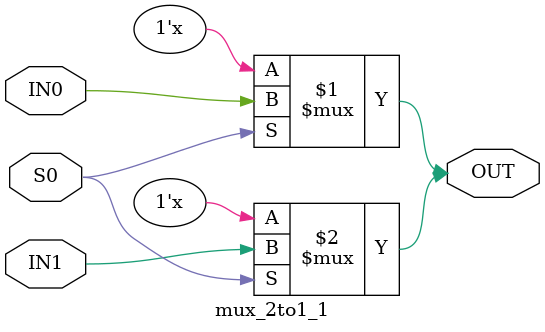
<source format=v>
module mux_2to1_1(OUT,IN0,IN1,S0);
    output OUT;
    input IN0,IN1,S0;
    wire S0_not;
    not(S0_not,S0);
    bufif0 b0(OUT,IN0,S0_not);
    bufif1 b1(OUT, IN1,S0);
endmodule
</source>
